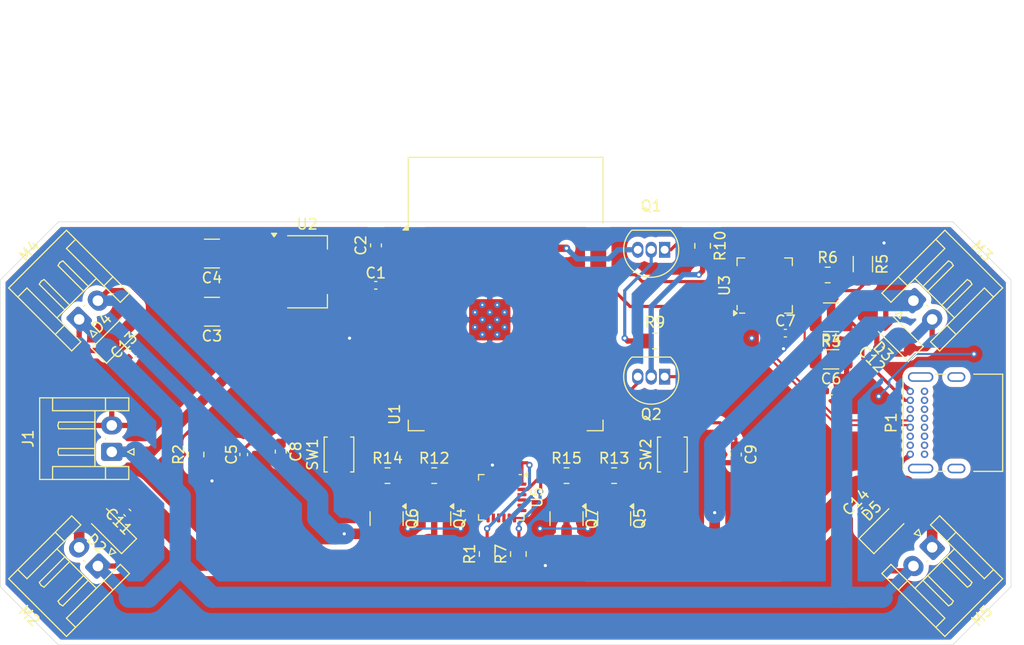
<source format=kicad_pcb>
(kicad_pcb (version 20240108) (generator "pcbnew") (generator_version "8.0")
  (title_block (title "\"Saucey\" Drone Flight Controller") (date "2024-07-07") (rev "1.0") (company "Al Mahir Ahmed"))
  (layers (0 "F.Cu" signal) (31 "B.Cu" signal) (34 "B.Paste" user) (35 "F.Paste" user) (36 "B.SilkS" user "B.Silkscreen") (37 "F.SilkS" user "F.Silkscreen") (38 "B.Mask" user) (39 "F.Mask" user) (44 "Edge.Cuts" user))
  (net 0 "")
  (net 1 "GND")
  (net 2 "+3.3V")
  (net 3 "+9V")
  (net 4 "ENABLE")
  (net 5 "Net-(U3-VBUS)")
  (net 6 "IO0")
  (net 7 "Net-(D2-A)")
  (net 8 "Net-(D3-A)")
  (net 9 "Net-(D4-A)")
  (net 10 "Net-(D5-A)")
  (net 12 "D+")
  (net 13 "VBUS")
  (net 16 "D-")
  (net 20 "RTS")
  (net 21 "Net-(Q1-B)")
  (net 22 "Net-(Q2-B)")
  (net 23 "DTR")
  (net 24 "M1")
  (net 25 "M3")
  (net 26 "M2")
  (net 27 "M4")
  (net 28 "Net-(U3-~{RST})")
  (net 29 "Net-(U3-~{SUSPEND})")
  (net 30 "TX_ESP")
  (net 42 "RX_ESP")
  (net 81 "SCL")
  (net 82 "INT")
  (net 87 "FSYNC")
  (net 89 "SDA")
  (net 90 "CLKIN")
  (footprint "Capacitor_SMD:C_1210_3225Metric" (layer "F.Cu") (at 115 54 180)
    (property "Reference" "C4")
    (property "Value" "22u")
  )
  (footprint "Connector_USB:USB_C_Receptacle_GCT_USB4085" (layer "F.Cu") (at 180.975 72.975 90)
    (property "Reference" "P1")
    (property "Value" "USB_C_Plug_USB2.0")
  )
  (footprint "Package_TO_SOT_SMD:SOT-23" (layer "F.Cu") (at 148.5 79.062499 -90)
    (property "Reference" "Q7")
    (property "Value" "2N7002K")
  )
  (footprint "Package_TO_SOT_SMD:SOT-23" (layer "F.Cu") (at 136 79.062499 -90)
    (property "Reference" "Q4")
    (property "Value" "2N7002K")
  )
  (footprint "Connector_JST:JST_EH_S2B-EH_1x02_P2.50mm_Horizontal" (layer "F.Cu") (at 104.222361 83.545406 135)
    (property "Reference" "M2")
    (property "Value" "Motor_DC")
  )
  (footprint "Button_Switch_SMD:SW_SPST_B3U-1000P" (layer "F.Cu") (at 158.5 73 90)
    (property "Reference" "SW2")
    (property "Value" "SW_Push")
  )
  (footprint "Package_TO_SOT_THT:TO-92_Inline" (layer "F.Cu") (at 157.770001 65.640001 180)
    (property "Reference" "Q2")
    (property "Value" "S8050")
  )
  (footprint "RF_Module:ESP32-S3-WROOM-1" (layer "F.Cu") (at 142.75 57.8)
    (property "Reference" "U1")
    (property "Value" "ESP32-S3-WROOM-1")
  )
  (footprint "Resistor_SMD:R_0805_2012Metric" (layer "F.Cu") (at 161.359999 53.27 -90)
    (property "Reference" "R10")
    (property "Value" "10k")
  )
  (footprint "Resistor_SMD:R_0805_2012Metric" (layer "F.Cu") (at 131.5875 75)
    (property "Reference" "R14")
    (property "Value" "10k")
  )
  (footprint "Package_TO_SOT_SMD:SOT-23" (layer "F.Cu") (at 153 79.062499 -90)
    (property "Reference" "Q5")
    (property "Value" "2N7002K")
  )
  (footprint "Resistor_SMD:R_0805_2012Metric" (layer "F.Cu") (at 143.95 82.4125 90)
    (property "Reference" "R7")
    (property "Value" "2.2k")
  )
  (footprint "Capacitor_SMD:C_0603_1608Metric" (layer "F.Cu") (at 164.5 73 -90)
    (property "Reference" "C9")
    (property "Value" "0.1u")
  )
  (footprint "Capacitor_SMD:C_0603_1608Metric" (layer "F.Cu") (at 121.5 72.725 -90)
    (property "Reference" "C8")
    (property "Value" "0.1u")
  )
  (footprint "Diode_SMD:D_SOD-123" (layer "F.Cu") (at 106 62 45)
    (property "Reference" "D4")
    (property "Value" "1N4148W")
  )
  (footprint "Resistor_SMD:R_0805_2012Metric" (layer "F.Cu") (at 141 82.4125 90)
    (property "Reference" "R1")
    (property "Value" "2.2k")
  )
  (footprint "Diode_SMD:D_SOD-123" (layer "F.Cu") (at 178.5 80 45)
    (property "Reference" "D5")
    (property "Value" "1N4148W")
  )
  (footprint "Resistor_SMD:R_1206_3216Metric" (layer "F.Cu") (at 173.5 64)
    (property "Reference" "R4")
    (property "Value" "48k")
  )
  (footprint "Resistor_SMD:R_1210_3225Metric" (layer "F.Cu") (at 173.5 60.025 180)
    (property "Reference" "R3")
    (property "Value" "22k")
  )
  (footprint "Resistor_SMD:R_0805_2012Metric" (layer "F.Cu") (at 148.5 75)
    (property "Reference" "R15")
    (property "Value" "10k")
  )
  (footprint "Resistor_SMD:R_0805_2012Metric" (layer "F.Cu") (at 113.5 73 90)
    (property "Reference" "R2")
    (property "Value" "10k")
  )
  (footprint "Connector_JST:JST_EH_S2B-EH_1x02_P2.50mm_Horizontal" (layer "F.Cu") (at 105.5325 72.75 90)
    (property "Reference" "J1")
    (property "Value" "Conn_01x02_Socket")
  )
  (footprint "Capacitor_SMD:C_0402_1005Metric" (layer "F.Cu") (at 176.660589 78.339411 45)
    (property "Reference" "C14")
    (property "Value" "1u")
  )
  (footprint "Sensor_Motion:InvenSense_QFN-24_4x4mm_P0.5mm" (layer "F.Cu") (at 142.337499 77.05 -90)
    (property "Reference" "U5")
    (property "Value" "MPU-6050")
  )
  (footprint "Capacitor_SMD:C_0402_1005Metric" (layer "F.Cu") (at 173.5 67)
    (property "Reference" "C6")
    (property "Value" "1uf")
  )
  (footprint "Resistor_SMD:R_0805_2012Metric" (layer "F.Cu") (at 136 75)
    (property "Reference" "R12")
    (property "Value" "10k")
  )
  (footprint "Capacitor_SMD:C_0402_1005Metric" (layer "F.Cu") (at 169.175 61.525)
    (property "Reference" "C7")
    (property "Value" "10u")
  )
  (footprint "Resistor_SMD:R_0805_2012Metric" (layer "F.Cu") (at 153 75)
    (property "Reference" "R13")
    (property "Value" "10k")
  )
  (footprint "Connector_JST:JST_EH_S2B-EH_1x02_P2.50mm_Horizontal" (layer "F.Cu") (at 181.277639 58.454594 -45)
    (property "Reference" "M3")
    (property "Value" "Motor_DC")
  )
  (footprint "Connector_JST:JST_EH_S2B-EH_1x02_P2.50mm_Horizontal" (layer "F.Cu") (at 102.454594 60.222361 45)
    (property "Reference" "M4")
    (property "Value" "Motor_DC")
  )
  (footprint "Capacitor_SMD:C_0402_1005Metric" (layer "F.Cu") (at 130.48 57)
    (property "Reference" "C1")
    (property "Value" "10u")
  )
  (footprint "Resistor_SMD:R_1206_3216Metric" (layer "F.Cu") (at 176.5 55 -90)
    (property "Reference" "R5")
    (property "Value" "1k")
  )
  (footprint "Capacitor_SMD:C_0402_1005Metric" (layer "F.Cu") (at 118 73 90)
    (property "Reference" "C5")
    (property "Value" "1u")
  )
  (footprint "Capacitor_SMD:C_1210_3225Metric" (layer "F.Cu") (at 115 59.5 180)
    (property "Reference" "C3")
    (property "Value" "22u")
  )
  (footprint "Button_Switch_SMD:SW_SPST_B3U-1000P" (layer "F.Cu") (at 127 73 90)
    (property "Reference" "SW1")
    (property "Value" "SW_Push")
  )
  (footprint "Capacitor_SMD:C_0402_1005Metric" (layer "F.Cu") (at 178.160589 63.160589 135)
    (property "Reference" "C12")
    (property "Value" "1u")
  )
  (footprint "Diode_SMD:D_SOD-123" (layer "F.Cu") (at 179.833274 61.833274 135)
    (property "Reference" "D3")
    (property "Value" "1N4148W")
  )
  (footprint "Capacitor_SMD:C_0402_1005Metric" (layer "F.Cu") (at 107.5 63.5 45)
    (property "Reference" "C13")
    (property "Value" "1u")
  )
  (footprint "Diode_SMD:D_SOD-123" (layer "F.Cu") (at 105.5 80 135)
    (property "Reference" "D2")
    (property "Value" "1N4148W")
  )
  (footprint "Package_DFN_QFN:QFN-28-1EP_5x5mm_P0.5mm_EP3.35x3.35mm" (layer "F.Cu") (at 167.225 57.025 90)
    (property "Reference" "U3")
    (property "Value" "CP2102N-Axx-xQFN28")
  )
  (footprint "Package_TO_SOT_THT:TO-92_Inline" (layer "F.Cu") (at 157.770001 53.640001 180)
    (property "Reference" "Q1")
    (property "Value" "S8050")
  )
  (footprint "Capacitor_SMD:C_0402_1005Metric" (layer "F.Cu") (at 107 78.5 135)
    (property "Reference" "C11")
    (property "Value" "1u")
  )
  (footprint "Capacitor_SMD:C_0603_1608Metric" (layer "F.Cu") (at 130.5 53.225 90)
    (property "Reference" "C2")
    (property "Value" "0.1u")
  )
  (footprint "Package_TO_SOT_SMD:SOT-23" (layer "F.Cu") (at 131.5 79.062499 -90)
    (property "Reference" "Q6")
    (property "Value" "2N7002K")
  )
  (footprint "Connector_JST:JST_EH_S2B-EH_1x02_P2.50mm_Horizontal" (layer "F.Cu") (at 183.045406 81.777639 -135)
    (property "Reference" "M5")
    (property "Value" "Motor_DC")
  )
  (footprint "Package_TO_SOT_SMD:SOT-223-3_TabPin2" (layer "F.Cu") (at 124 55.725)
    (property "Reference" "U2")
    (property "Value" "AMS1117-3.3")
  )
  (footprint "Resistor_SMD:R_0805_2012Metric" (layer "F.Cu") (at 156.859999 62.27 180)
    (property "Reference" "R9")
    (property "Value" "10k")
  )
  (footprint "Resistor_SMD:R_0805_2012Metric" (layer "F.Cu") (at 173.175 56.025)
    (property "Reference" "R6")
    (property "Value" "10k")
  )
  (gr_line (start 95 85.5) (end 95 56.5) (stroke (width 0.05)) (layer "Edge.Cuts"))
  (gr_line (start 190.5 85.5) (end 185 91) (stroke (width 0.05)) (layer "Edge.Cuts"))
  (gr_line (start 152 51) (end 185 51) (stroke (width 0.05)) (layer "Edge.Cuts"))
  (gr_line (start 190.5 56.5) (end 190.5 85.5) (stroke (width 0.05)) (layer "Edge.Cuts"))
  (gr_line (start 100.5 51) (end 95 56.5) (stroke (width 0.05)) (layer "Edge.Cuts"))
  (gr_line (start 185 51) (end 190.5 56.5) (stroke (width 0.05)) (layer "Edge.Cuts"))
  (gr_line (start 133.5 51) (end 152 51) (stroke (width 0.05)) (layer "Edge.Cuts"))
  (gr_line (start 100.5 51) (end 133.5 51) (stroke (width 0.05)) (layer "Edge.Cuts"))
  (gr_line (start 185 91) (end 100.5 91) (stroke (width 0.05)) (layer "Edge.Cuts"))
  (gr_line (start 95 85.5) (end 100.5 91) (stroke (width 0.05)) (layer "Edge.Cuts"))
  (segment (start 166.65 57.6) (end 166.65 61.35) (width 0.2) (layer "F.Cu") (net 1))
  (segment (start 166.65 61.35) (end 166 62) (width 0.2) (layer "F.Cu") (net 1))
  (segment (start 167.225 57.025) (end 166.65 57.6) (width 0.2) (layer "F.Cu") (net 1))
  (segment (start 143.587499 79) (end 145 79) (width 0.2) (layer "F.Cu") (net 1))
  (segment (start 145 79) (end 146 80) (width 0.2) (layer "F.Cu") (net 1))
  (via (at 178 67.5) (size 0.6) (drill 0.3) (layers "F.Cu" "B.Cu") (net 1))
  (via (at 146 80) (size 0.6) (drill 0.3) (layers "F.Cu" "B.Cu") (net 1))
  (via (at 133.5 80) (size 0.6) (drill 0.3) (layers "F.Cu" "B.Cu") (net 1))
  (via (at 150.5 80) (size 0.6) (drill 0.3) (layers "F.Cu" "B.Cu") (net 1))
  (via (at 138.5 80) (size 0.6) (drill 0.3) (layers "F.Cu" "B.Cu") (net 1))
  (via (at 166 62) (size 0.6) (drill 0.3) (layers "F.Cu" "B.Cu") (net 1))
  (via (at 187 63.5) (size 0.6) (drill 0.3) (layers "F.Cu" "B.Cu") (net 1))
  (segment (start 138.5 80) (end 133.5 80) (width 0.2) (layer "B.Cu") (net 1))
  (segment (start 178 67.5) (end 179 66.5) (width 0.2) (layer "B.Cu") (net 1))
  (segment (start 150.5 80) (end 146 80) (width 0.2) (layer "B.Cu") (net 1))
  (segment (start 179 66.5) (end 179 66) (width 0.2) (layer "B.Cu") (net 1))
  (segment (start 179 66) (end 181.5 63.5) (width 0.2) (layer "B.Cu") (net 1))
  (segment (start 181.5 63.5) (end 187 63.5) (width 0.2) (layer "B.Cu") (net 1))
  (segment (start 130.69 53.81) (end 130.5 54) (width 0.8) (layer "F.Cu") (net 2))
  (segment (start 141 74) (end 141.5 74) (width 0.3) (layer "F.Cu") (net 2))
  (segment (start 127.15 55.725) (end 128.775 55.725) (width 1.5) (layer "F.Cu") (net 2))
  (segment (start 139.603553 74.896447) (end 140.5 74) (width 0.3) (layer "F.Cu") (net 2))
  (segment (start 118.200001 55.725) (end 127.15 55.725) (width 1.5) (layer "F.Cu") (net 2))
  (segment (start 139.603553 76.044174) (end 139.603553 74.896447) (width 0.3) (layer "F.Cu") (net 2))
  (segment (start 140.387499 76.3) (end 139.859379 76.3) (width 0.3) (layer "F.Cu") (net 2))
  (segment (start 140.5 74) (end 141 74) (width 0.3) (layer "F.Cu") (net 2))
  (segment (start 177.9625 53.5375) (end 178.5 53) (width 1) (layer "F.Cu") (net 2))
  (segment (start 168.695 61.195) (end 168.225 60.725) (width 0.3) (layer "F.Cu") (net 2))
  (segment (start 130 57) (end 130 56.95) (width 0.5) (layer "F.Cu") (net 2))
  (segment (start 141 83.325) (end 143.95 83.325) (width 1) (layer "F.Cu") (net 2))
  (segment (start 130 56.95) (end 128.775 55.725) (width 0.5) (layer "F.Cu") (net 2))
  (segment (start 113.5 74) (end 115 75.5) (width 1) (layer "F.Cu") (net 2))
  (segment (start 168.695 61.525) (end 168.695 61.195) (width 0.3) (layer "F.Cu") (net 2))
  (segment (start 146.325 83.325) (end 146.5 83.5) (width 1) (layer "F.Cu") (net 2))
  (segment (start 168.695 61.525) (end 168.695 62.695) (width 0.3) (layer "F.Cu") (net 2))
  (segment (start 128.775 55.725) (end 130.5 54) (width 1.5) (layer "F.Cu") (net 2))
  (segment (start 143.95 83.325) (end 146.325 83.325) (width 1) (layer "F.Cu") (net 2))
  (segment (start 139.859379 76.3) (end 139.603553 76.044174) (width 0.3) (layer "F.Cu") (net 2))
  (segment (start 176.5 53.5375) (end 177.9625 53.5375) (width 1) (layer "F.Cu") (net 2))
  (segment (start 113.5 73.9125) (end 113.5 74) (width 1) (layer "F.Cu") (net 2))
  (segment (start 127.15 55.725) (end 127.15 61.15) (width 1.5) (layer "F.Cu") (net 2))
  (segment (start 168.225 60.725) (end 168.225 59.475) (width 0.3) (layer "F.Cu") (net 2))
  (segment (start 168.695 62.695) (end 169 63) (width 0.3) (layer "F.Cu") (net 2))
  (segment (start 127.15 61.15) (end 128 62) (width 1.5) (layer "F.Cu") (net 2))
  (segment (start 116.475001 54) (end 118.200001 55.725) (width 1.5) (layer "F.Cu") (net 2))
  (segment (start 134 53.81) (end 130.69 53.81) (width 0.8) (layer "F.Cu") (net 2))
  (via (at 141.5 74) (size 0.6) (drill 0.3) (layers "F.Cu" "B.Cu") (net 2))
  (via (at 128 62) (size 0.6) (drill 0.3) (layers "F.Cu" "B.Cu") (net 2))
  (via (at 178.5 53) (size 0.6) (drill 0.3) (layers "F.Cu" "B.Cu") (net 2))
  (via (at 169 63) (size 0.6) (drill 0.3) (layers "F.Cu" "B.Cu") (net 2))
  (via (at 115 75.5) (size 0.6) (drill 0.3) (layers "F.Cu" "B.Cu") (net 2))
  (via (at 146.5 83.5) (size 0.6) (drill 0.3) (layers "F.Cu" "B.Cu") (net 2))
  (segment (start 106.666726 82.833274) (end 105.954594 83.545406) (width 0.5) (layer "F.Cu") (net 3))
  (segment (start 107.339411 80.494041) (end 106.666726 81.166726) (width 0.5) (layer "F.Cu") (net 3))
  (segment (start 182.5 63) (end 183.045406 62.454594) (width 0.5) (layer "F.Cu") (net 3))
  (segment (start 181 63) (end 182.5 63) (width 0.5) (layer "F.Cu") (net 3))
  (segment (start 102.666726 63.166726) (end 102 62.5) (width 0.5) (layer "F.Cu") (net 3))
  (segment (start 106.666726 81.166726) (end 106.666726 82.833274) (width 0.5) (layer "F.Cu") (net 3))
  (segment (start 178.5 63.5) (end 180.5 63.5) (width 0.5) (layer "F.Cu") (net 3))
  (segment (start 109.25 72.75) (end 120.85 61.15) (width 1) (layer "F.Cu") (net 3))
  (segment (start 183.045406 62.454594) (end 183.045406 60.222361) (width 0.5) (layer "F.Cu") (net 3))
  (segment (start 180.5 63.5) (end 181 63) (width 0.5) (layer "F.Cu") (net 3))
  (segment (start 102.454594 62.045406) (end 102.454594 60.222361) (width 0.5) (layer "F.Cu") (net 3))
  (segment (start 178.5 84) (end 180.823045 84) (width 0.5) (layer "F.Cu") (net 3))
  (segment (start 177.333274 81.166726) (end 177.333274 82.833274) (width 0.5) (layer "F.Cu") (net 3))
  (segment (start 180.823045 84) (end 181.277639 83.545406) (width 0.5) (layer "F.Cu") (net 3))
  (segment (start 107.339411 78.839411) (end 107.339411 80.494041) (width 0.5) (layer "F.Cu") (net 3))
  (segment (start 116.475001 59.5) (end 119.375 59.5) (width 1.5) (layer "F.Cu") (net 3))
  (segment (start 120.85 61.15) (end 120.85 58.025) (width 1) (layer "F.Cu") (net 3))
  (segment (start 119.375 59.5) (end 120.85 58.025) (width 1.5) (layer "F.Cu") (net 3))
  (segment (start 104.833274 63.166726) (end 102.666726 63.166726) (width 0.5) (layer "F.Cu") (net 3))
  (segment (start 176.321178 78.678822) (end 176.321178 80.15463) (width 0.5) (layer "F.Cu") (net 3))
  (segment (start 177.333274 82.833274) (end 178.5 84) (width 0.5) (layer "F.Cu") (net 3))
  (segment (start 105.954594 83.545406) (end 104.222361 83.545406) (width 0.5) (layer "F.Cu") (net 3))
  (segment (start 102 62.5) (end 102.454594 62.045406) (width 0.5) (layer "F.Cu") (net 3))
  (segment (start 105.5325 72.75) (end 109.25 72.75) (width 1) (layer "F.Cu") (net 3))
  (segment (start 176.321178 80.15463) (end 177.333274 81.166726) (width 0.5) (layer "F.Cu") (net 3))
  (segment (start 102.454594 60.222361) (end 105 62.767767) (width 1) (layer "B.Cu") (net 3))
  (segment (start 107.176955 86.5) (end 104.222361 83.545406) (width 1) (layer "B.Cu") (net 3))
  (segment (start 174.5 86.5) (end 178.323045 86.5) (width 2) (layer "B.Cu") (net 3))
  (segment (start 178.323045 86.5) (end 181.277639 83.545406) (width 1) (layer "B.Cu") (net 3))
  (segment (start 112 77) (end 111.25 76.25) (width 2) (layer "B.Cu") (net 3))
  (segment (start 109 86.5) (end 112 83.5) (width 2) (layer "B.Cu") (net 3))
  (segment (start 111.25 76.25) (end 111.25 69.25) (width 2) (layer "B.Cu") (net 3))
  (segment (start 109 86.5) (end 107.176955 86.5) (width 2) (layer "B.Cu") (net 3))
  (segment (start 105 62.767767) (end 105 63) (width 0.5) (layer "B.Cu") (net 3))
  (segment (start 112 77) (end 107.75 72.75) (width 2) (layer "B.Cu") (net 3))
  (segment (start 174.5 67.321548) (end 174.5 86.5) (width 2) (layer "B.Cu") (net 3))
  (segment (start 180 62) (end 179.821548 62) (width 2) (layer "B.Cu") (net 3))
  (segment (start 181.267767 62) (end 183.045406 60.222361) (width 1) (layer "B.Cu") (net 3))
  (segment (start 112 83.5) (end 112 77) (width 2) (layer "B.Cu") (net 3))
  (segment (start 105.5325 72.75) (end 107.75 72.75) (width 1) (layer "B.Cu") (net 3))
  (segment (start 115 86.5) (end 174.5 86.5) (width 2) (layer "B.Cu") (net 3))
  (segment (start 180 62) (end 181.267767 62) (width 1) (layer "B.Cu") (net 3))
  (segment (start 111.25 69.25) (end 105 63) (width 2) (layer "B.Cu") (net 3))
  (segment (start 179.821548 62) (end 174.5 67.321548) (width 2) (layer "B.Cu") (net 3))
  (segment (start 112 83.5) (end 115 86.5) (width 2) (layer "B.Cu") (net 3))
  (segment (start 117.5675 72.0875) (end 118 72.52) (width 0.3) (layer "F.Cu") (net 4))
  (segment (start 121.5 71.95) (end 122.150001 71.299999) (width 0.3) (layer "F.Cu") (net 4))
  (segment (start 132 65) (end 132 56.45) (width 0.5) (layer "F.Cu") (net 4))
  (segment (start 134 55.08) (end 139.92 55.08) (width 0.7) (layer "F.Cu") (net 4))
  (segment (start 141.5 53.5) (end 148.5 53.5) (width 0.7) (layer "F.Cu") (net 4))
  (segment (start 122.150001 71.299999) (end 127 71.299999) (width 0.3) (layer "F.Cu") (net 4))
  (segment (start 118 72.52) (end 118.52 72) (width 0.3) (layer "F.Cu") (net 4))
  (segment (start 132 56.45) (end 133.37 55.08) (width 0.5) (layer "F.Cu") (net 4))
  (segment (start 121.45 72) (end 121.5 71.95) (width 0.3) (layer "F.Cu") (net 4))
  (segment (start 133.37 55.08) (end 134 55.08) (width 0.5) (layer "F.Cu") (net 4))
  (segment (start 127 71.299999) (end 127 70) (width 0.5) (layer "F.Cu") (net 4))
  (segment (start 139.92 55.08) (end 141.5 53.5) (width 0.7) (layer "F.Cu") (net 4))
  (segment (start 127 70) (end 132 65) (width 0.5) (layer "F.Cu") (net 4))
  (segment (start 113.5 72.0875) (end 117.5675 72.0875) (width 0.3) (layer "F.Cu") (net 4))
  (segment (start 118.52 72) (end 121.45 72) (width 0.3) (layer "F.Cu") (net 4))
  (via (at 148.5 53.5) (size 0.6) (drill 0.3) (layers "F.Cu" "B.Cu") (net 4))
  (segment (start 153.359999 53.640001) (end 152.5 54.5) (width 0.5) (layer "B.Cu") (net 4))
  (segment (start 155.230001 53.640001) (end 153.359999 53.640001) (width 0.5) (layer "B.Cu") (net 4))
  (segment (start 149.5 54.5) (end 148.5 53.5) (width 0.5) (layer "B.Cu") (net 4))
  (segment (start 152.5 54.5) (end 149.5 54.5) (width 0.5) (layer "B.Cu") (net 4))
  (segment (start 171.5 59.5) (end 171.5125 59.5) (width 0.3) (layer "F.Cu") (net 5))
  (segment (start 171 63) (end 171 61.0625) (width 0.2) (layer "F.Cu") (net 5))
  (segment (start 172 64.0375) (end 172.0375 64) (width 0.2) (layer "F.Cu") (net 5))
  (segment (start 173.02 67) (end 172.5 67) (width 0.2) (layer "F.Cu") (net 5))
  (segment (start 171 61.0625) (end 172.0375 60.025) (width 0.2) (layer "F.Cu") (net 5))
  (segment (start 171.5125 59.5) (end 172.0375 60.025) (width 0.3) (layer "F.Cu") (net 5))
  (segment (start 170.65 59.5) (end 169.675 58.525) (width 0.3) (layer "F.Cu") (net 5))
  (segment (start 172.5 67) (end 172 66.5) (width 0.2) (layer "F.Cu") (net 5))
  (segment (start 172.0375 64) (end 171.0375 63) (width 0.2) (layer "F.Cu") (net 5))
  (segment (start 171.5 59.5) (end 170.65 59.5) (width 0.3) (layer "F.Cu") (net 5))
  (segment (start 171.525 59.5) (end 171.5 59.5) (width 0.3) (layer "F.Cu") (net 5))
  (segment (start 171.0375 63) (end 171 63) (width 0.2) (layer "F.Cu") (net 5))
  (segment (start 172 66.5) (end 172 64.0375) (width 0.2) (layer "F.Cu") (net 5))
  (segment (start 158.5 71.299999) (end 153.749999 71.299999) (width 0.3) (layer "F.Cu") (net 6))
  (segment (start 163 70) (end 159.799999 70) (width 0.3) (layer "F.Cu") (net 6))
  (segment (start 155.230001 65.640001) (end 155.230001 66.240001) (width 0.3) (layer "F.Cu") (net 6))
  (segment (start 153.749999 71.299999) (end 151.5 69.05) (width 0.3) (layer "F.Cu") (net 6))
  (segment (start 164.5 72.225) (end 164.5 71.5) (width 0.3) (layer "F.Cu") (net 6))
  (segment (start 152.420002 69.05) (end 151.5 69.05) (width 0.3) (layer "F.Cu") (net 6))
  (segment (start 164.5 71.5) (end 163 70) (width 0.3) (layer "F.Cu") (net 6))
  (segment (start 159.799999 70) (end 158.5 71.299999) (width 0.3) (layer "F.Cu") (net 6))
  (segment (start 155.230001 66.240001) (end 152.420002 69.05) (width 0.3) (layer "F.Cu") (net 6))
  (segment (start 134 83) (end 114 83) (width 2) (layer "F.Cu") (net 7))
  (segment (start 104 76.5) (end 102.454594 78.045406) (width 2) (layer "F.Cu") (net 7))
  (segment (start 135.5 81.5) (end 134 83) (width 2) (layer "F.Cu") (net 7))
  (segment (start 105.005959 78.160589) (end 104.333274 78.833274) (width 0.5) (layer "F.Cu") (net 7))
  (segment (start 104.333274 78.833274) (end 102.666726 78.833274) (width 0.5) (layer "F.Cu") (net 7))
  (segment (start 102.454594 78.045406) (end 102.454594 81.777639) (width 1) (layer "F.Cu") (net 7))
  (segment (start 136 81) (end 135.5 81.5) (width 0.2) (layer "F.Cu") (net 7))
  (segment (start 114 83) (end 107.5 76.5) (width 2) (layer "F.Cu") (net 7))
  (segment (start 136 80) (end 136 81) (width 0.2) (layer "F.Cu") (net 7))
  (segment (start 107.5 76.5) (end 104 76.5) (width 2) (layer "F.Cu") (net 7))
  (segment (start 106.660589 78.160589) (end 105.005959 78.160589) (width 0.5) (layer "F.Cu") (net 7))
  (segment (start 161.5 81) (end 162.5 80) (width 1) (layer "F.Cu") (net 8))
  (segment (start 179.545406 58.454594) (end 181.277639 58.454594) (width 0.5) (layer "F.Cu") (net 8))
  (segment (start 178.666548 60.666548) (end 178.666548 59.333452) (width 0.5) (layer "F.Cu") (net 8))
  (segment (start 177.821178 62.821178) (end 177.821178 61.511918) (width 0.5) (layer "F.Cu") (net 8))
  (segment (start 154 81) (end 161.5 81) (width 1) (layer "F.Cu") (net 8))
  (segment (start 162.5 80) (end 162.5 78.5) (width 1) (layer "F.Cu") (net 8))
  (segment (start 153 80) (end 154 81) (width 1) (layer "F.Cu") (net 8))
  (segment (start 177.821178 61.511918) (end 178.666548 60.666548) (width 0.5) (layer "F.Cu") (net 8))
  (segment (start 178.666548 59.333452) (end 179.545406 58.454594) (width 0.5) (layer "F.Cu") (net 8))
  (via (at 162.5 78.5) (size 0.6) (drill 0.3) (layers "F.Cu" "B.Cu") (net 8))
  (segment (start 162.5 72) (end 176.045406 58.454594) (width 2) (layer "B.Cu") (net 8))
  (segment (start 162.5 78.5) (end 162.5 72) (width 2) (layer "B.Cu") (net 8))
  (segment (start 176.045406 58.454594) (end 181.277639 58.454594) (width 2) (layer "B.Cu") (net 8))
  (segment (start 108 59) (end 106.5 57.5) (width 0.5) (layer "F.Cu") (net 9))
  (segment (start 131.5 80) (end 131 80.5) (width 1) (layer "F.Cu") (net 9))
  (segment (start 131 80.5) (end 127.5 80.5) (width 1) (layer "F.Cu") (net 9))
  (segment (start 108 60) (end 108 59) (width 0.5) (layer "F.Cu") (net 9))
  (segment (start 105.176955 57.5) (end 104.222361 58.454594) (width 0.5) (layer "F.Cu") (net 9))
  (segment (start 106.5 57.5) (end 105.176955 57.5) (width 0.5) (layer "F.Cu") (net 9))
  (segment (start 107.166726 60.833274) (end 108 60) (width 0.5) (layer "F.Cu") (net 9))
  (via (at 127.5 80.5) (size 0.6) (drill 0.3) (layers "F.Cu" "B.Cu") (net 9))
  (segment (start 126.5 80.5) (end 125 79) (width 2) (layer "B.Cu") (net 9))
  (segment (start 106.454594 58.454594) (end 104.222361 58.454594) (width 1) (layer "B.Cu") (net 9))
  (segment (start 125 77) (end 106.454594 58.454594) (width 2) (layer "B.Cu") (net 9))
  (segment (start 125 79) (end 125 77) (width 2) (layer "B.Cu") (net 9))
  (segment (start 127.5 80.5) (end 126.5 80.5) (width 2) (layer "B.Cu") (net 9))
  (segment (start 183.045406 79.045406) (end 183.045406 81.777639) (width 1) (layer "F.Cu") (net 10))
  (segment (start 150.5 83.5) (end 168.535822 83.5) (width 2) (layer "F.Cu") (net 10))
  (segment (start 176.035822 76) (end 180.5 76) (width 2) (layer "F.Cu") (net 10))
  (segment (start 148.5 81.5) (end 150.5 83.5) (width 2) (layer "F.Cu") (net 10))
  (segment (start 148.5 80) (end 148.5 81.5) (width 1) (layer "F.Cu") (net 10))
  (segment (start 180.5 76) (end 183.045406 78.545406) (width 2) (layer "F.Cu") (net 10))
  (segment (start 168.535822 83.5) (end 176.035822 76) (width 2) (layer "F.Cu") (net 10))
  (segment (start 179.666726 78.833274) (end 181.833274 78.833274) (width 0.5) (layer "F.Cu") (net 10))
  (segment (start 181.833274 78.833274) (end 183.045406 80.045406) (width 0.5) (layer "F.Cu") (net 10))
  (segment (start 177 78) (end 178.833452 78) (width 0.5) (layer "F.Cu") (net 10))
  (segment (start 183.045406 78.545406) (end 183.045406 79.045406) (width 2) (layer "F.Cu") (net 10))
  (segment (start 178.833452 78) (end 179.666726 78.833274) (width 0.5) (layer "F.Cu") (net 10))
  (segment (start 180.975 70.425) (end 180.775001 70.225001) (width 0.2) (layer "F.Cu") (net 12))
  (segment (start 167.27502 59.525021) (end 167.225 59.475001) (width 0.2) (layer "F.Cu") (net 12))
  (segment (start 180.775001 70.225001) (end 174.022948 70.225001) (width 0.2) (layer "F.Cu") (net 12))
  (segment (start 167.27502 63.477073) (end 167.27502 59.525021) (width 0.2) (layer "F.Cu") (net 12))
  (segment (start 167.225 59.475001) (end 167.249999 59.5) (width 0.2) (layer "F.Cu") (net 12))
  (segment (start 174.022948 70.225001) (end 167.27502 63.477073) (width 0.2) (layer "F.Cu") (net 12))
  (segment (start 176.5 63.894973) (end 176.5 61.5625) (width 0.3) (layer "F.Cu") (net 13))
  (segment (start 180.480026 67.874999) (end 176.5 63.894973) (width 0.3) (layer "F.Cu") (net 13))
  (segment (start 176.5 61.5625) (end 174.9625 60.025) (width 0.3) (layer "F.Cu") (net 13))
  (segment (start 180.975 67.874999) (end 180.480026 67.874999) (width 0.3) (layer "F.Cu") (net 13))
  (segment (start 167.775 63.340685) (end 167.775 59.475) (width 0.2) (layer "F.Cu") (net 16))
  (segment (start 174.209314 69.774999) (end 167.775 63.340685) (width 0.2) (layer "F.Cu") (net 16))
  (segment (start 180.975 69.575) (end 180.775001 69.774999) (width 0.2) (layer "F.Cu") (net 16))
  (segment (start 167.7 59.5) (end 167.725 59.475) (width 0.2) (layer "F.Cu") (net 16))
  (segment (start 167.775 59.475) (end 167.725 59.475) (width 0.2) (layer "F.Cu") (net 16))
  (segment (start 180.775001 69.774999) (end 174.209314 69.774999) (width 0.2) (layer "F.Cu") (net 16))
  (segment (start 158.359999 53.640001) (end 159.6425 52.3575) (width 0.3) (layer "F.Cu") (net 20))
  (segment (start 164.775 56.525) (end 164.289904 56.525) (width 0.3) (layer "F.Cu") (net 20))
  (segment (start 164.289904 56.525) (end 163.5 55.735096) (width 0.3) (layer "F.Cu") (net 20))
  (segment (start 162.8575 52.3575) (end 161.359999 52.3575) (width 0.3) (layer "F.Cu") (net 20))
  (segment (start 157.770001 53.640001) (end 158.359999 53.640001) (width 0.3) (layer "F.Cu") (net 20))
  (segment (start 159.6425 52.3575) (end 161.359999 52.3575) (width 0.3) (layer "F.Cu") (net 20))
  (segment (start 163.5 55.735096) (end 163.5 53) (width 0.3) (layer "F.Cu") (net 20))
  (segment (start 163.5 53) (end 162.8575 52.3575) (width 0.3) (layer "F.Cu") (net 20))
  (segment (start 155.947499 62.27) (end 154.27 62.27) (width 0.5) (layer "F.Cu") (net 21))
  (segment (start 154.27 62.27) (end 154 62) (width 0.5) (layer "F.Cu") (net 21))
  (via (at 154 62) (size 0.6) (drill 0.3) (layers "F.Cu" "B.Cu") (net 21))
  (segment (start 156.5 55) (end 154 57.5) (width 0.3) (layer "B.Cu") (net 21))
  (segment (start 154 57.5) (end 154 62) (width 0.3) (layer "B.Cu") (net 21))
  (segment (start 156.5 53.640001) (end 156.5 55) (width 0.3) (layer "B.Cu") (net 21))
  (segment (start 161.359999 54.1825) (end 161.359999 55.640001) (width 0.5) (layer "F.Cu") (net 22))
  (segment (start 161.359999 55.640001) (end 161 56) (width 0.5) (layer "F.Cu") (net 22))
  (via (at 161 56) (size 0.6) (drill 0.3) (layers "F.Cu" "B.Cu") (net 22))
  (segment (start 161 56) (end 159.5 56) (width 0.5) (layer "B.Cu") (net 22))
  (segment (start 159.5 56) (end 156.5 59) (width 0.5) (layer "B.Cu") (net 22))
  (segment (start 156.5 59) (end 156.5 65.640001) (width 0.5) (layer "B.Cu") (net 22))
  (segment (start 159.73 62.27) (end 163.475 58.525) (width 0.3) (layer "F.Cu") (net 23))
  (segment (start 160 65) (end 159.359999 65.640001) (width 0.3) (layer "F.Cu") (net 23))
  (segment (start 159.73 62.27) (end 160 62.54) (width 0.3) (layer "F.Cu") (net 23))
  (segment (start 163.475 58.525) (end 164.775 58.525) (width 0.3) (layer "F.Cu") (net 23))
  (segment (start 157.772499 62.27) (end 159.73 62.27) (width 0.3) (layer "F.Cu") (net 23))
  (segment (start 160 62.54) (end 160 65) (width 0.3) (layer "F.Cu") (net 23))
  (segment (start 159.359999 65.640001) (end 157.770001 65.640001) (width 0.3) (layer "F.Cu") (net 23))
  (segment (start 138.305 73.6075) (end 138.305 70.3) (width 0.3) (layer "F.Cu") (net 24))
  (segment (start 136.9125 75) (end 137.5 75) (width 0.3) (layer "F.Cu") (net 24))
  (segment (start 136.9125 75) (end 138.305 73.6075) (width 0.3) (layer "F.Cu") (net 24))
  (segment (start 138 77.074999) (end 136.95 78.124999) (width 0.3) (layer "F.Cu") (net 24))
  (segment (start 138 75.5) (end 138 77.074999) (width 0.3) (layer "F.Cu") (net 24))
  (segment (start 137.5 75) (end 138 75.5) (width 0.3) (layer "F.Cu") (net 24))
  (segment (start 153.9125 75) (end 155 75) (width 0.3) (layer "F.Cu") (net 25))
  (segment (start 153.9125 75) (end 151.9125 73) (width 0.3) (layer "F.Cu") (net 25))
  (segment (start 155.5 75.5) (end 155.5 76.574999) (width 0.3) (layer "F.Cu") (net 25))
  (segment (start 148.465 71.465) (end 148.465 70.3) (width 0.3) (layer "F.Cu") (net 25))
  (segment (start 150 73) (end 148.465 71.465) (width 0.3) (layer "F.Cu") (net 25))
  (segment (start 155.5 76.574999) (end 153.95 78.124999) (width 0.3) (layer "F.Cu") (net 25))
  (segment (start 155 75) (end 155.5 75.5) (width 0.3) (layer "F.Cu") (net 25))
  (segment (start 151.9125 73) (end 150 73) (width 0.3) (layer "F.Cu") (net 25))
  (segment (start 133.5 77.074999) (end 132.45 78.124999) (width 0.3) (layer "F.Cu") (net 26))
  (segment (start 135.765 70.735) (end 135.765 70.3) (width 0.3) (layer "F.Cu") (net 26))
  (segment (start 133.5 76) (end 133.5 77.074999) (width 0.3) (layer "F.Cu") (net 26))
  (segment (start 132.5 75) (end 132.5 74) (width 0.3) (layer "F.Cu") (net 26))
  (segment (start 132.5 75) (end 133.5 76) (width 0.3) (layer "F.Cu") (net 26))
  (segment (start 132.5 74) (end 135.765 70.735) (width 0.3) (layer "F.Cu") (net 26))
  (segment (start 149 73.5) (end 149.4125 73.9125) (width 0.3) (layer "F.Cu") (net 27))
  (segment (start 150 75) (end 150.5 75.5) (width 0.3) (layer "F.Cu") (net 27))
  (segment (start 149.4125 75) (end 150 75) (width 0.3) (layer "F.Cu") (net 27))
  (segment (start 147.195 70.3) (end 147.195 72.7825) (width 0.3) (layer "F.Cu") (net 27))
  (segment (start 150.5 75.5) (end 150.5 77.074999) (width 0.3) (layer "F.Cu") (net 27))
  (segment (start 150.5 77.074999) (end 149.45 78.124999) (width 0.3) (layer "F.Cu") (net 27))
  (segment (start 147.9125 73.5) (end 149 73.5) (width 0.3) (layer "F.Cu") (net 27))
  (segment (start 147.195 72.7825) (end 147.9125 73.5) (width 0.3) (layer "F.Cu") (net 27))
  (segment (start 149.4125 73.9125) (end 149.4125 75) (width 0.3) (layer "F.Cu") (net 27))
  (segment (start 171.5 57.5) (end 170.975 58.025) (width 0.3) (layer "F.Cu") (net 28))
  (segment (start 176.5 56.4625) (end 176.5 57) (width 0.3) (layer "F.Cu") (net 28))
  (segment (start 176.5 57) (end 176 57.5) (width 0.3) (layer "F.Cu") (net 28))
  (segment (start 176 57.5) (end 171.5 57.5) (width 0.3) (layer "F.Cu") (net 28))
  (segment (start 170.975 58.025) (end 169.675 58.025) (width 0.3) (layer "F.Cu") (net 28))
  (segment (start 171.475 56.025) (end 170.475 57.025) (width 0.3) (layer "F.Cu") (net 29))
  (segment (start 170.475 57.025) (end 169.675001 57.025) (width 0.3) (layer "F.Cu") (net 29))
  (segment (start 172.2625 56.025) (end 171.475 56.025) (width 0.3) (layer "F.Cu") (net 29))
  (segment (start 164.774999 57.025) (end 162.525 57.025) (width 0.3) (layer "F.Cu") (net 30))
  (segment (start 155 56) (end 151.85 56) (width 0.3) (layer "F.Cu") (net 30))
  (segment (start 162.15 56.65) (end 155.65 56.65) (width 0.3) (layer "F.Cu") (net 30))
  (segment (start 162.525 57.025) (end 162.15 56.65) (width 0.3) (layer "F.Cu") (net 30))
  (segment (start 155.65 56.65) (end 155 56) (width 0.3) (layer "F.Cu") (net 30))
  (segment (start 151.85 56) (end 151.5 56.35) (width 0.3) (layer "F.Cu") (net 30))
  (segment (start 162 59) (end 154.5 59) (width 0.3) (layer "F.Cu") (net 42))
  (segment (start 164.775 57.525) (end 163.475 57.525) (width 0.3) (layer "F.Cu") (net 42))
  (segment (start 163.475 57.525) (end 162 59) (width 0.3) (layer "F.Cu") (net 42))
  (segment (start 154.5 59) (end 153.12 57.62) (width 0.3) (layer "F.Cu") (net 42))
  (segment (start 153.12 57.62) (end 151.5 57.62) (width 0.3) (layer "F.Cu") (net 42))
  (segment (start 146.05781 75.05781) (end 146.05781 76.44219) (width 0.3) (layer "F.Cu") (net 81))
  (segment (start 146.05781 76.44219) (end 146 76.5) (width 0.3) (layer "F.Cu") (net 81))
  (segment (start 144.655 70.93) (end 144.655 70.3) (width 0.3) (layer "F.Cu") (net 81))
  (segment (start 146.5 72.775) (end 144.655 70.93) (width 0.3) (layer "F.Cu") (net 81))
  (segment (start 146.05781 75.05781) (end 146.5 74.615619) (width 0.3) (layer "F.Cu") (net 81))
  (segment (start 144.287499 76.3) (end 144.815619 76.3) (width 0.3) (layer "F.Cu") (net 81))
  (segment (start 146.5 74.615619) (end 146.5 72.775) (width 0.3) (layer "F.Cu") (net 81))
  (segment (start 144.815619 76.3) (end 146.05781 75.05781) (width 0.3) (layer "F.Cu") (net 81))
  (segment (start 144 80) (end 144 81.45) (width 0.3) (layer "F.Cu") (net 81))
  (segment (start 144 81.45) (end 143.95 81.5) (width 0.3) (layer "F.Cu") (net 81))
  (via (at 146 76.5) (size 0.6) (drill 0.3) (layers "F.Cu" "B.Cu") (net 81))
  (via (at 144 80) (size 0.6) (drill 0.3) (layers "F.Cu" "B.Cu") (net 81))
  (segment (start 146 76.5) (end 146 77.5) (width 0.3) (layer "B.Cu") (net 81))
  (segment (start 146 77.5) (end 144 79.5) (width 0.3) (layer "B.Cu") (net 81))
  (segment (start 144 79.5) (end 144 80) (width 0.3) (layer "B.Cu") (net 81))
  (segment (start 138.5 77.147727) (end 138.5 74.119606) (width 0.3) (layer "F.Cu") (net 82))
  (segment (start 139.105 73.514606) (end 139.105 70.77) (width 0.3) (layer "F.Cu") (net 82))
  (segment (start 138.5 74.119606) (end 139.105 73.514606) (width 0.3) (layer "F.Cu") (net 82))
  (segment (start 139.105 70.77) (end 139.575 70.3) (width 0.3) (layer "F.Cu") (net 82))
  (segment (start 139.652273 78.3) (end 138.5 77.147727) (width 0.3) (layer "F.Cu") (net 82))
  (segment (start 140.387499 78.3) (end 139.652273 78.3) (width 0.3) (layer "F.Cu") (net 82))
  (segment (start 139 74.5) (end 140.845 72.655) (width 0.3) (layer "F.Cu") (net 87))
  (segment (start 139.859379 77.8) (end 139 76.940621) (width 0.3) (layer "F.Cu") (net 87))
  (segment (start 139 76.940621) (end 139 74.5) (width 0.3) (layer "F.Cu") (net 87))
  (segment (start 140.845 72.655) (end 140.845 70.3) (width 0.3) (layer "F.Cu") (net 87))
  (segment (start 140.387499 77.8) (end 139.859379 77.8) (width 0.3) (layer "F.Cu") (net 87))
  (segment (start 144.287499 73.787499) (end 143.385 72.885) (width 0.3) (layer "F.Cu") (net 89))
  (segment (start 144.287499 75.8) (end 144.287499 73.787499) (width 0.3) (layer "F.Cu") (net 89))
  (segment (start 141 80) (end 141 81.5) (width 0.3) (layer "F.Cu") (net 89))
  (segment (start 144.787499 73.787499) (end 145 74) (width 0.3) (layer "F.Cu") (net 89))
  (segment (start 143.385 72.885) (end 143.385 70.3) (width 0.3) (layer "F.Cu") (net 89))
  (segment (start 144.287499 73.787499) (end 144.787499 73.787499) (width 0.3) (layer "F.Cu") (net 89))
  (via (at 141 80) (size 0.6) (drill 0.3) (layers "F.Cu" "B.Cu") (net 89))
  (via (at 145 74) (size 0.6) (drill 0.3) (layers "F.Cu" "B.Cu") (net 89))
  (segment (start 145 74) (end 145 76) (width 0.3) (layer "B.Cu") (net 89))
  (segment (start 145 76) (end 141 80) (width 0.3) (layer "B.Cu") (net 89))
  (segment (start 142.115 73.099381) (end 142.115 70.3) (width 0.3) (layer "F.Cu") (net 90))
  (segment (start 143.587499 74.57188) (end 142.115 73.099381) (width 0.3) (layer "F.Cu") (net 90))
  (segment (start 143.587499 75.1) (end 143.587499 74.57188) (width 0.3) (layer "F.Cu") (net 90))
  (zone (net 1) (net_name "GND") (layer "F.Cu") (connect_pads (clearance 0.5)) (min_thickness 0.25) (fill yes (thermal_gap 0.5) (thermal_bridge_width 0.5))
    (polygon (pts (xy 190.5 85.5) (xy 190.5 56.5) (xy 185 51) (xy 100.5 51) (xy 95 56.5) (xy 95 85.5) (xy 100.5 91) (xy 185 91)))
  )
  (zone (net 2) (net_name "+3.3V") (layer "B.Cu") (priority 1) (connect_pads (clearance 0.5)) (min_thickness 0.25) (fill yes (thermal_gap 0.5) (thermal_bridge_width 0.5))
    (polygon (pts (xy 185 51) (xy 190.5 56.5) (xy 190.5 85.5) (xy 185 91) (xy 100.5 91) (xy 95 85.5) (xy 95 56.5) (xy 100.5 51)))
  )
)
</source>
